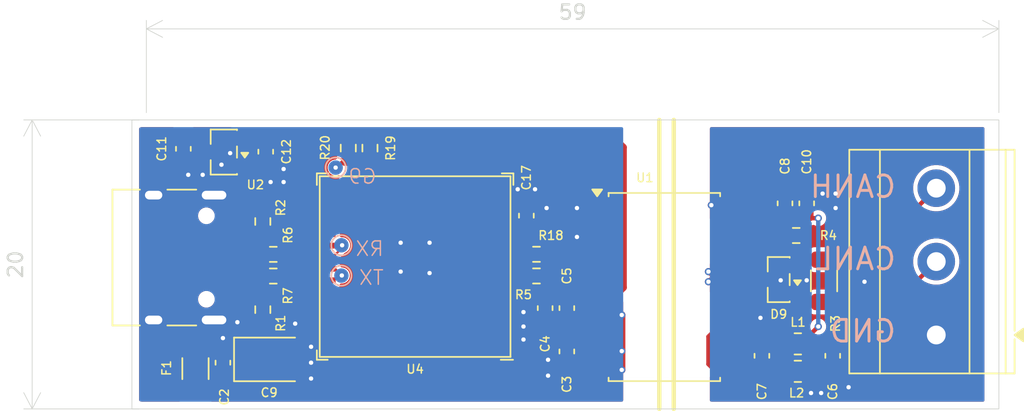
<source format=kicad_pcb>
(kicad_pcb (version 20241229) (generator "pcbnew") (generator_version "9.0")
  (layers (0 "F.Cu" signal) (2 "B.Cu" signal) (13 "F.Paste" user) (15 "B.Paste" user) (5 "F.SilkS" user "F.Silkscreen") (7 "B.SilkS" user "B.Silkscreen") (1 "F.Mask" user) (3 "B.Mask" user) (25 "Edge.Cuts" user))
  (net 0 "")
  (net 1 "+3.3V")
  (net 2 "GND")
  (net 3 "+5V")
  (net 4 "Net-(U1-VISOIN)")
  (net 5 "Earth")
  (net 6 "Net-(C7-Pad2)")
  (net 7 "Net-(U1-VISOOUT)")
  (net 8 "Net-(U4-EN{slash}CHIP_PU)")
  (net 9 "/CANL")
  (net 10 "/CANH")
  (net 11 "Net-(F1-Pad2)")
  (net 12 "Net-(J2-D+-PadA6)")
  (net 13 "Net-(J2-D--PadA7)")
  (net 14 "Net-(J2-CC2)")
  (net 17 "Net-(J2-CC1)")
  (net 18 "Net-(U1-RS)")
  (net 19 "Net-(U4-GPIO2{slash}ADC1_CH2)")
  (net 20 "/USB-")
  (net 21 "/USB+")
  (net 22 "Net-(U4-GPIO8)")
  (net 23 "Net-(U4-GPIO9)")
  (net 24 "Net-(U4-GPIO21{slash}U0TXD)")
  (net 25 "Net-(U4-GPIO20{slash}U0RXD)")
  (net 26 "/CAN_TXD")
  (net 27 "/CAN_RXD")
  (footprint "Capacitor_SMD:C_0603_1608Metric" (layer "F.Cu") (at 83.3 60.625 90)
    (property "Reference" "C17" (at 2.625 0 90) (layer "F.SilkS") (effects (font (size 0.6 0.6) (thickness 0.1))))
    (property "Value" "1u/0603" (hide yes))
    (pad "1" smd roundrect (at -0.775 0 90) (size 0.9 0.95) (layers "F.Cu" "F.Mask" "F.Paste") (net 8 "Net-(U4-EN{slash}CHIP_PU)"))
    (pad "2" smd roundrect (at 0.775 0 90) (size 0.9 0.95) (layers "F.Cu" "F.Mask" "F.Paste") (net 2 "GND"))
  )
  (footprint "Capacitor_SMD:C_0603_1608Metric" (layer "F.Cu") (at 86.1 70.025 -90)
    (property "Reference" "C3" (at 2.275 0 90) (layer "F.SilkS") (effects (font (size 0.6 0.6) (thickness 0.1))))
    (property "Value" "100n/0603" (hide yes))
    (pad "1" smd roundrect (at -0.775 0 270) (size 0.9 0.95) (layers "F.Cu" "F.Mask" "F.Paste") (net 3 "+5V"))
    (pad "2" smd roundrect (at 0.775 0 270) (size 0.9 0.95) (layers "F.Cu" "F.Mask" "F.Paste") (net 2 "GND"))
  )
  (footprint "Capacitor_SMD:C_0603_1608Metric" (layer "F.Cu") (at 65.2625 56.2 -90)
    (property "Reference" "C12" (at 0 -1.43 90) (layer "F.SilkS") (effects (font (size 0.6 0.6) (thickness 0.1))))
    (property "Value" "1u/0603" (hide yes))
    (pad "1" smd roundrect (at -0.775 0 270) (size 0.9 0.95) (layers "F.Cu" "F.Mask" "F.Paste") (net 1 "+3.3V"))
    (pad "2" smd roundrect (at 0.775 0 270) (size 0.9 0.95) (layers "F.Cu" "F.Mask" "F.Paste") (net 2 "GND"))
  )
  (footprint "Package_SO:SOIC-20W_7.5x12.8mm_P1.27mm" (layer "F.Cu") (at 92.85 65.565)
    (property "Reference" "U1" (at -1.35 -7.565 0) (layer "F.SilkS") (effects (font (size 0.6 0.6) (thickness 0.1))))
    (property "Value" "ADM3053" (hide yes))
    (pad "1" smd roundrect (at -4.65 -5.715) (size 2.05 0.6) (layers "F.Cu" "F.Mask" "F.Paste") (net 2 "GND"))
    (pad "2" smd roundrect (at -4.65 -4.445) (size 2.05 0.6) (layers "F.Cu" "F.Mask" "F.Paste"))
    (pad "3" smd roundrect (at -4.65 -3.175) (size 2.05 0.6) (layers "F.Cu" "F.Mask" "F.Paste") (net 2 "GND"))
    (pad "4" smd roundrect (at -4.65 -1.905) (size 2.05 0.6) (layers "F.Cu" "F.Mask" "F.Paste") (net 27 "/CAN_RXD"))
    (pad "5" smd roundrect (at -4.65 -0.635) (size 2.05 0.6) (layers "F.Cu" "F.Mask" "F.Paste") (net 26 "/CAN_TXD"))
    (pad "6" smd roundrect (at -4.65 0.635) (size 2.05 0.6) (layers "F.Cu" "F.Mask" "F.Paste") (net 1 "+3.3V"))
    (pad "7" smd roundrect (at -4.65 1.905) (size 2.05 0.6) (layers "F.Cu" "F.Mask" "F.Paste") (net 2 "GND"))
    (pad "8" smd roundrect (at -4.65 3.175) (size 2.05 0.6) (layers "F.Cu" "F.Mask" "F.Paste") (net 3 "+5V"))
    (pad "9" smd roundrect (at -4.65 4.445) (size 2.05 0.6) (layers "F.Cu" "F.Mask" "F.Paste") (net 2 "GND"))
    (pad "10" smd roundrect (at -4.65 5.715) (size 2.05 0.6) (layers "F.Cu" "F.Mask" "F.Paste") (net 2 "GND"))
    (pad "11" smd roundrect (at 4.65 5.715) (size 2.05 0.6) (layers "F.Cu" "F.Mask" "F.Paste") (net 6 "Net-(C7-Pad2)"))
    (pad "12" smd roundrect (at 4.65 4.445) (size 2.05 0.6) (layers "F.Cu" "F.Mask" "F.Paste") (net 7 "Net-(U1-VISOOUT)"))
    (pad "13" smd roundrect (at 4.65 3.175) (size 2.05 0.6) (layers "F.Cu" "F.Mask" "F.Paste") (net 6 "Net-(C7-Pad2)"))
    (pad "14" smd roundrect (at 4.65 1.905) (size 2.05 0.6) (layers "F.Cu" "F.Mask" "F.Paste"))
    (pad "15" smd roundrect (at 4.65 0.635) (size 2.05 0.6) (layers "F.Cu" "F.Mask" "F.Paste") (net 9 "/CANL"))
    (pad "16" smd roundrect (at 4.65 -0.635) (size 2.05 0.6) (layers "F.Cu" "F.Mask" "F.Paste") (net 5 "Earth"))
    (pad "17" smd roundrect (at 4.65 -1.905) (size 2.05 0.6) (layers "F.Cu" "F.Mask" "F.Paste") (net 10 "/CANH"))
    (pad "18" smd roundrect (at 4.65 -3.175) (size 2.05 0.6) (layers "F.Cu" "F.Mask" "F.Paste") (net 18 "Net-(U1-RS)"))
    (pad "19" smd roundrect (at 4.65 -4.445) (size 2.05 0.6) (layers "F.Cu" "F.Mask" "F.Paste") (net 4 "Net-(U1-VISOIN)"))
    (pad "20" smd roundrect (at 4.65 -5.715) (size 2.05 0.6) (layers "F.Cu" "F.Mask" "F.Paste") (net 5 "Earth"))
  )
  (footprint "Resistor_SMD:R_0603_1608Metric" (layer "F.Cu") (at 65.785 64.805 180)
    (property "Reference" "R7" (at -1.015 -1.37 90) (layer "F.SilkS") (effects (font (size 0.6 0.6) (thickness 0.1))))
    (property "Value" "10R/0603" (hide yes))
    (pad "1" smd roundrect (at -0.825 0 180) (size 0.8 0.95) (layers "F.Cu" "F.Mask" "F.Paste") (net 21 "/USB+"))
    (pad "2" smd roundrect (at 0.825 0 180) (size 0.8 0.95) (layers "F.Cu" "F.Mask" "F.Paste") (net 12 "Net-(J2-D+-PadA6)"))
  )
  (footprint "Capacitor_SMD:C_0603_1608Metric" (layer "F.Cu") (at 104.5 70.325 -90)
    (property "Reference" "C6" (at 2.475 0 90) (layer "F.SilkS") (effects (font (size 0.6 0.6) (thickness 0.1))))
    (property "Value" "10n/0603" (hide yes))
    (pad "1" smd roundrect (at -0.775 0 270) (size 0.9 0.95) (layers "F.Cu" "F.Mask" "F.Paste") (net 4 "Net-(U1-VISOIN)"))
    (pad "2" smd roundrect (at 0.775 0 270) (size 0.9 0.95) (layers "F.Cu" "F.Mask" "F.Paste") (net 5 "Earth"))
  )
  (footprint "Package_TO_SOT_SMD:SOT-23" (layer "F.Cu") (at 100.7625 65.05 180)
    (property "Reference" "D9" (at 0 -2.4 0) (layer "F.SilkS") (effects (font (size 0.6 0.6) (thickness 0.1))))
    (property "Value" "NUP2105L" (hide yes))
    (pad "1" smd roundrect (at -0.9375 -0.95 180) (size 1.475 0.6) (layers "F.Cu" "F.Mask" "F.Paste") (net 9 "/CANL"))
    (pad "2" smd roundrect (at -0.9375 0.95 180) (size 1.475 0.6) (layers "F.Cu" "F.Mask" "F.Paste") (net 10 "/CANH"))
    (pad "3" smd roundrect (at 0.9375 0 180) (size 1.475 0.6) (layers "F.Cu" "F.Mask" "F.Paste") (net 5 "Earth"))
  )
  (footprint "Capacitor_SMD:C_0603_1608Metric" (layer "F.Cu") (at 86.1 67.025 -90)
    (property "Reference" "C5" (at -2.225 0 90) (layer "F.SilkS") (effects (font (size 0.6 0.6) (thickness 0.1))))
    (property "Value" "10n/0603" (hide yes))
    (pad "1" smd roundrect (at -0.775 0 270) (size 0.9 0.95) (layers "F.Cu" "F.Mask" "F.Paste") (net 1 "+3.3V"))
    (pad "2" smd roundrect (at 0.775 0 270) (size 0.9 0.95) (layers "F.Cu" "F.Mask" "F.Paste") (net 2 "GND"))
  )
  (footprint "Connector_USB:USB_C_Receptacle_HRO_TYPE-C-31-M-12" (layer "F.Cu") (at 58.555 63.525 -90)
    (property "Reference" "J2" (hide yes))
    (property "Value" "USB")
    (pad "" np_thru_hole circle (at -2.89 -2.6 270) (size 0.65 0.65) (drill 0.65) (layers "*.Cu" "*.Mask"))
    (pad "" np_thru_hole circle (at 2.89 -2.6 270) (size 0.65 0.65) (drill 0.65) (layers "*.Cu" "*.Mask"))
    (pad "A1" smd rect (at -3.25 -4.045 270) (size 0.6 1.45) (layers "F.Cu" "F.Mask" "F.Paste") (net 2 "GND"))
    (pad "A4" smd rect (at -2.45 -4.045 270) (size 0.6 1.45) (layers "F.Cu" "F.Mask" "F.Paste") (net 11 "Net-(F1-Pad2)"))
    (pad "A5" smd rect (at -1.25 -4.045 270) (size 0.3 1.45) (layers "F.Cu" "F.Mask" "F.Paste") (net 17 "Net-(J2-CC1)"))
    (pad "A6" smd rect (at -0.25 -4.045 270) (size 0.3 1.45) (layers "F.Cu" "F.Mask" "F.Paste") (net 12 "Net-(J2-D+-PadA6)"))
    (pad "A7" smd rect (at 0.25 -4.045 270) (size 0.3 1.45) (layers "F.Cu" "F.Mask" "F.Paste") (net 13 "Net-(J2-D--PadA7)"))
    (pad "A8" smd rect (at 1.25 -4.045 270) (size 0.3 1.45) (layers "F.Cu" "F.Mask" "F.Paste"))
    (pad "A9" smd rect (at 2.45 -4.045 270) (size 0.6 1.45) (layers "F.Cu" "F.Mask" "F.Paste") (net 11 "Net-(F1-Pad2)"))
    (pad "A12" smd rect (at 3.25 -4.045 270) (size 0.6 1.45) (layers "F.Cu" "F.Mask" "F.Paste") (net 2 "GND"))
    (pad "B1" smd rect (at 3.25 -4.045 270) (size 0.6 1.45) (layers "F.Cu" "F.Mask" "F.Paste") (net 2 "GND"))
    (pad "B4" smd rect (at 2.45 -4.045 270) (size 0.6 1.45) (layers "F.Cu" "F.Mask" "F.Paste") (net 11 "Net-(F1-Pad2)"))
    (pad "B5" smd rect (at 1.75 -4.045 270) (size 0.3 1.45) (layers "F.Cu" "F.Mask" "F.Paste") (net 14 "Net-(J2-CC2)"))
    (pad "B6" smd rect (at 0.75 -4.045 270) (size 0.3 1.45) (layers "F.Cu" "F.Mask" "F.Paste") (net 12 "Net-(J2-D+-PadA6)"))
    (pad "B7" smd rect (at -0.75 -4.045 270) (size 0.3 1.45) (layers "F.Cu" "F.Mask" "F.Paste") (net 13 "Net-(J2-D--PadA7)"))
    (pad "B8" smd rect (at -1.75 -4.045 270) (size 0.3 1.45) (layers "F.Cu" "F.Mask" "F.Paste"))
    (pad "B9" smd rect (at -2.45 -4.045 270) (size 0.6 1.45) (layers "F.Cu" "F.Mask" "F.Paste") (net 11 "Net-(F1-Pad2)"))
    (pad "B12" smd rect (at -3.25 -4.045 270) (size 0.6 1.45) (layers "F.Cu" "F.Mask" "F.Paste") (net 2 "GND"))
    (pad "S1" thru_hole oval (at -4.32 -3.13 270) (size 1 2.1) (drill oval 0.6 1.7) (property pad_prop_heatsink) (layers "*.Cu" "*.Mask") (net 2 "GND"))
    (pad "S1" thru_hole oval (at -4.32 1.05 270) (size 1 1.6) (drill oval 0.6 1.2) (property pad_prop_heatsink) (layers "*.Cu" "*.Mask") (net 2 "GND"))
    (pad "S1" thru_hole oval (at 4.32 -3.13 270) (size 1 2.1) (drill oval 0.6 1.7) (property pad_prop_heatsink) (layers "*.Cu" "*.Mask") (net 2 "GND"))
    (pad "S1" thru_hole oval (at 4.32 1.05 270) (size 1 1.6) (drill oval 0.6 1.2) (property pad_prop_heatsink) (layers "*.Cu" "*.Mask") (net 2 "GND"))
  )
  (footprint "Resistor_SMD:R_0603_1608Metric" (layer "F.Cu") (at 70.975 55.95 -90)
    (property "Reference" "R20" (at -0.025 1.6 90) (layer "F.SilkS") (effects (font (size 0.6 0.6) (thickness 0.1))))
    (property "Value" "10k/0603" (hide yes))
    (pad "1" smd roundrect (at -0.825 0 270) (size 0.8 0.95) (layers "F.Cu" "F.Mask" "F.Paste") (net 1 "+3.3V"))
    (pad "2" smd roundrect (at 0.825 0 270) (size 0.8 0.95) (layers "F.Cu" "F.Mask" "F.Paste") (net 23 "Net-(U4-GPIO9)"))
  )
  (footprint "Resistor_SMD:R_1206_3216Metric" (layer "F.Cu") (at 103.9 65.1375 -90)
    (property "Reference" "R3" (at 2.9625 -0.8 90) (layer "F.SilkS") (effects (font (size 0.6 0.6) (thickness 0.1))))
    (property "Value" "120R/1206" (hide yes))
    (pad "1" smd roundrect (at -1.4625 0 270) (size 1.125 1.75) (layers "F.Cu" "F.Mask" "F.Paste") (roundrect_rratio 0.222222) (net 10 "/CANH"))
    (pad "2" smd roundrect (at 1.4625 0 270) (size 1.125 1.75) (layers "F.Cu" "F.Mask" "F.Paste") (roundrect_rratio 0.222222) (net 9 "/CANL"))
  )
  (footprint "Resistor_SMD:R_0603_1608Metric" (layer "F.Cu") (at 65.785 63.305 180)
    (property "Reference" "R6" (at -1.015 1.33 90) (layer "F.SilkS") (effects (font (size 0.6 0.6) (thickness 0.1))))
    (property "Value" "10R/0603" (hide yes))
    (pad "1" smd roundrect (at -0.825 0 180) (size 0.8 0.95) (layers "F.Cu" "F.Mask" "F.Paste") (net 20 "/USB-"))
    (pad "2" smd roundrect (at 0.825 0 180) (size 0.8 0.95) (layers "F.Cu" "F.Mask" "F.Paste") (net 13 "Net-(J2-D--PadA7)"))
  )
  (footprint "Capacitor_SMD:C_0603_1608Metric" (layer "F.Cu") (at 102.7 59.775 90)
    (property "Reference" "C10" (at 2.875 0 90) (layer "F.SilkS") (effects (font (size 0.6 0.6) (thickness 0.1))))
    (property "Value" "100n/0603" (hide yes))
    (pad "1" smd roundrect (at -0.775 0 90) (size 0.9 0.95) (layers "F.Cu" "F.Mask" "F.Paste") (net 4 "Net-(U1-VISOIN)"))
    (pad "2" smd roundrect (at 0.775 0 90) (size 0.9 0.95) (layers "F.Cu" "F.Mask" "F.Paste") (net 5 "Earth"))
  )
  (footprint "Resistor_SMD:R_0603_1608Metric" (layer "F.Cu") (at 65.06 61.03 -90)
    (property "Reference" "R2" (at -0.955 -1.24 90) (layer "F.SilkS") (effects (font (size 0.6 0.6) (thickness 0.1))))
    (property "Value" "5.1k/0603" (hide yes))
    (pad "1" smd roundrect (at -0.825 0 270) (size 0.8 0.95) (layers "F.Cu" "F.Mask" "F.Paste") (net 2 "GND"))
    (pad "2" smd roundrect (at 0.825 0 270) (size 0.8 0.95) (layers "F.Cu" "F.Mask" "F.Paste") (net 17 "Net-(J2-CC1)"))
  )
  (footprint "Resistor_SMD:R_0603_1608Metric" (layer "F.Cu") (at 84 63.3 180)
    (property "Reference" "R18" (at -1 1.3 0) (layer "F.SilkS") (effects (font (size 0.6 0.6) (thickness 0.1))))
    (property "Value" "100k/0603" (hide yes))
    (pad "1" smd roundrect (at -0.825 0 180) (size 0.8 0.95) (layers "F.Cu" "F.Mask" "F.Paste") (net 1 "+3.3V"))
    (pad "2" smd roundrect (at 0.825 0 180) (size 0.8 0.95) (layers "F.Cu" "F.Mask" "F.Paste") (net 8 "Net-(U4-EN{slash}CHIP_PU)"))
  )
  (footprint "espressif:ESP32-C3-MINI-1U" (layer "F.Cu") (at 75.6 64.2 180)
    (property "Reference" "U4" (at 0 -7.05 0) (layer "F.SilkS") (effects (font (size 0.6 0.6) (thickness 0.1))))
    (property "Value" "ESP32-C3-MINI-1" (hide yes))
    (pad "1" smd rect (at -5.9 -3.3 270) (size 0.4 0.8) (layers "F.Cu" "F.Mask" "F.Paste") (net 2 "GND"))
    (pad "2" smd rect (at -5.9 -2.5 270) (size 0.4 0.8) (layers "F.Cu" "F.Mask" "F.Paste") (net 2 "GND"))
    (pad "3" smd rect (at -5.9 -1.7 270) (size 0.4 0.8) (layers "F.Cu" "F.Mask" "F.Paste") (net 1 "+3.3V"))
    (pad "4" smd rect (at -5.9 -0.9 270) (size 0.4 0.8) (layers "F.Cu" "F.Mask" "F.Paste"))
    (pad "5" smd rect (at -5.9 -0.1 270) (size 0.4 0.8) (layers "F.Cu" "F.Mask" "F.Paste") (net 19 "Net-(U4-GPIO2{slash}ADC1_CH2)"))
    (pad "6" smd rect (at -5.9 0.7 270) (size 0.4 0.8) (layers "F.Cu" "F.Mask" "F.Paste"))
    (pad "7" smd rect (at -5.9 1.5 270) (size 0.4 0.8) (layers "F.Cu" "F.Mask" "F.Paste"))
    (pad "8" smd rect (at -5.9 2.3 270) (size 0.4 0.8) (layers "F.Cu" "F.Mask" "F.Paste") (net 8 "Net-(U4-EN{slash}CHIP_PU)"))
    (pad "9" smd rect (at -5.9 3.1 270) (size 0.4 0.8) (layers "F.Cu" "F.Mask" "F.Paste"))
    (pad "10" smd rect (at -5.9 3.9 270) (size 0.4 0.8) (layers "F.Cu" "F.Mask" "F.Paste"))
    (pad "11" smd rect (at -5.9 4.7 270) (size 0.4 0.8) (layers "F.Cu" "F.Mask" "F.Paste") (net 2 "GND"))
    (pad "12" smd rect (at -4.8 5.6 180) (size 0.4 0.8) (layers "F.Cu" "F.Mask" "F.Paste"))
    (pad "13" smd rect (at -4 5.6 180) (size 0.4 0.8) (layers "F.Cu" "F.Mask" "F.Paste"))
    (pad "14" smd rect (at -3.2 5.6 180) (size 0.4 0.8) (layers "F.Cu" "F.Mask" "F.Paste") (net 2 "GND"))
    (pad "15" smd rect (at -2.4 5.6 180) (size 0.4 0.8) (layers "F.Cu" "F.Mask" "F.Paste"))
    (pad "16" smd rect (at -1.6 5.6 180) (size 0.4 0.8) (layers "F.Cu" "F.Mask" "F.Paste"))
    (pad "17" smd rect (at -0.8 5.6 180) (size 0.4 0.8) (layers "F.Cu" "F.Mask" "F.Paste"))
    (pad "18" smd rect (at 0 5.6 180) (size 0.4 0.8) (layers "F.Cu" "F.Mask" "F.Paste") (net 26 "/CAN_TXD"))
    (pad "19" smd rect (at 0.8 5.6 180) (size 0.4 0.8) (layers "F.Cu" "F.Mask" "F.Paste") (net 27 "/CAN_RXD"))
    (pad "20" smd rect (at 1.6 5.6 180) (size 0.4 0.8) (layers "F.Cu" "F.Mask" "F.Paste"))
    (pad "21" smd rect (at 2.4 5.6 180) (size 0.4 0.8) (layers "F.Cu" "F.Mask" "F.Paste"))
    (pad "22" smd rect (at 3.2 5.6 180) (size 0.4 0.8) (layers "F.Cu" "F.Mask" "F.Paste") (net 22 "Net-(U4-GPIO8)"))
    (pad "23" smd rect (at 4 5.6 180) (size 0.4 0.8) (layers "F.Cu" "F.Mask" "F.Paste") (net 23 "Net-(U4-GPIO9)"))
    (pad "24" smd rect (at 4.8 5.6 180) (size 0.4 0.8) (layers "F.Cu" "F.Mask" "F.Paste"))
    (pad "25" smd rect (at 5.9 4.7 270) (size 0.4 0.8) (layers "F.Cu" "F.Mask" "F.Paste"))
    (pad "26" smd rect (at 5.9 3.9 270) (size 0.4 0.8) (layers "F.Cu" "F.Mask" "F.Paste") (net 20 "/USB-"))
    (pad "27" smd rect (at 5.9 3.1 270) (size 0.4 0.8) (layers "F.Cu" "F.Mask" "F.Paste") (net 21 "/USB+"))
    (pad "28" smd rect (at 5.9 2.3 270) (size 0.4 0.8) (layers "F.Cu" "F.Mask" "F.Paste"))
    (pad "29" smd rect (at 5.9 1.5 270) (size 0.4 0.8) (layers "F.Cu" "F.Mask" "F.Paste"))
    (pad "30" smd rect (at 5.9 0.7 270) (size 0.4 0.8) (layers "F.Cu" "F.Mask" "F.Paste") (net 25 "Net-(U4-GPIO20{slash}U0RXD)"))
    (pad "31" smd rect (at 5.9 -0.1 270) (size 0.4 0.8) (layers "F.Cu" "F.Mask" "F.Paste") (net 24 "Net-(U4-GPIO21{slash}U0TXD)"))
    (pad "32" smd rect (at 5.9 -0.9 270) (size 0.4 0.8) (layers "F.Cu" "F.Mask" "F.Paste"))
    (pad "33" smd rect (at 5.9 -1.7 270) (size 0.4 0.8) (layers "F.Cu" "F.Mask" "F.Paste"))
    (pad "34" smd rect (at 5.9 -2.5 270) (size 0.4 0.8) (layers "F.Cu" "F.Mask" "F.Paste"))
    (pad "35" smd rect (at 5.9 -3.3 270) (size 0.4 0.8) (layers "F.Cu" "F.Mask" "F.Paste"))
    (pad "36" smd rect (at 4.8 -4.2 180) (size 0.4 0.8) (layers "F.Cu" "F.Mask" "F.Paste") (net 2 "GND"))
    (pad "37" smd rect (at 4 -4.2 180) (size 0.4 0.8) (layers "F.Cu" "F.Mask" "F.Paste") (net 2 "GND"))
    (pad "38" smd rect (at 3.2 -4.2 180) (size 0.4 0.8) (layers "F.Cu" "F.Mask" "F.Paste") (net 2 "GND"))
    (pad "39" smd rect (at 2.4 -4.2 180) (size 0.4 0.8) (layers "F.Cu" "F.Mask" "F.Paste") (net 2 "GND"))
    (pad "40" smd rect (at 1.6 -4.2 180) (size 0.4 0.8) (layers "F.Cu" "F.Mask" "F.Paste") (net 2 "GND"))
    (pad "41" smd rect (at 0.8 -4.2 180) (size 0.4 0.8) (layers "F.Cu" "F.Mask" "F.Paste") (net 2 "GND"))
    (pad "42" smd rect (at 0 -4.2 180) (size 0.4 0.8) (layers "F.Cu" "F.Mask" "F.Paste") (net 2 "GND"))
    (pad "43" smd rect (at -0.8 -4.2 180) (size 0.4 0.8) (layers "F.Cu" "F.Mask" "F.Paste") (net 2 "GND"))
    (pad "44" smd rect (at -1.6 -4.2 180) (size 0.4 0.8) (layers "F.Cu" "F.Mask" "F.Paste") (net 2 "GND"))
    (pad "45" smd rect (at -2.4 -4.2 180) (size 0.4 0.8) (layers "F.Cu" "F.Mask" "F.Paste") (net 2 "GND"))
    (pad "46" smd rect (at -3.2 -4.2 180) (size 0.4 0.8) (layers "F.Cu" "F.Mask" "F.Paste") (net 2 "GND"))
    (pad "47" smd rect (at -4 -4.2 180) (size 0.4 0.8) (layers "F.Cu" "F.Mask" "F.Paste") (net 2 "GND"))
    (pad "48" smd rect (at -4.8 -4.2 180) (size 0.4 0.8) (layers "F.Cu" "F.Mask" "F.Paste") (net 2 "GND"))
    (pad "49" smd custom (at -1.975 -1.275 180) (size 0.8 0.8) (layers "F.Cu" "F.Mask" "F.Paste") (net 2 "GND") (options (clearance outline) (anchor rect)) (primitives (gr_poly (pts (xy 0.725 0.725) (xy -0.725 0.725) (xy -0.725 -0.125) (xy -0.125 -0.725) (xy 0.725 -0.725)) (width 0) (fill yes))))
    (pad "49" smd rect (at -1.975 0.7 270) (size 1.45 1.45) (layers "F.Cu" "F.Mask" "F.Paste") (net 2 "GND"))
    (pad "49" smd rect (at -1.975 2.675 270) (size 1.45 1.45) (layers "F.Cu" "F.Mask" "F.Paste") (net 2 "GND"))
    (pad "49" smd rect (at 0 -1.275 270) (size 1.45 1.45) (layers "F.Cu" "F.Mask" "F.Paste") (net 2 "GND"))
    (pad "49" smd rect (at 0 0.7 270) (size 1.45 1.45) (layers "F.Cu" "F.Mask" "F.Paste") (net 2 "GND"))
    (pad "49" smd rect (at 0 2.675 270) (size 1.45 1.45) (layers "F.Cu" "F.Mask" "F.Paste") (net 2 "GND"))
    (pad "49" smd rect (at 1.975 -1.275 270) (size 1.45 1.45) (layers "F.Cu" "F.Mask" "F.Paste") (net 2 "GND"))
    (pad "49" smd rect (at 1.975 0.7 270) (size 1.45 1.45) (layers "F.Cu" "F.Mask" "F.Paste") (net 2 "GND"))
    (pad "49" smd rect (at 1.975 2.675 270) (size 1.45 1.45) (layers "F.Cu" "F.Mask" "F.Paste") (net 2 "GND"))
    (pad "50" smd rect (at 5.95 -4.25 270) (size 0.7 0.7) (layers "F.Cu" "F.Mask" "F.Paste") (net 2 "GND"))
    (pad "51" smd rect (at 5.95 5.65 270) (size 0.7 0.7) (layers "F.Cu" "F.Mask" "F.Paste") (net 2 "GND"))
    (pad "52" smd rect (at -5.95 5.65 270) (size 0.7 0.7) (layers "F.Cu" "F.Mask" "F.Paste") (net 2 "GND"))
    (pad "53" smd rect (at -5.95 -4.25 270) (size 0.7 0.7) (layers "F.Cu" "F.Mask" "F.Paste") (net 2 "GND"))
  )
  (footprint "TerminalBlock_Phoenix:TerminalBlock_Phoenix_MKDS-3-3-5.08_1x03_P5.08mm_Horizontal" (layer "F.Cu") (at 111.6675 68.885 90)
    (property "Reference" "J1" (hide yes))
    (property "Value" "CAN" (hide yes))
    (pad "1" thru_hole roundrect (at 0 0 90) (size 2.6 2.6) (drill 1.3) (layers "*.Cu" "*.Mask") (roundrect_rratio 0.096154) (net 5 "Earth"))
    (pad "2" thru_hole circle (at 5.08 0 90) (size 2.6 2.6) (drill 1.3) (layers "*.Cu" "*.Mask") (net 9 "/CANL"))
    (pad "3" thru_hole circle (at 10.16 0 90) (size 2.6 2.6) (drill 1.3) (layers "*.Cu" "*.Mask") (net 10 "/CANH"))
  )
  (footprint "Resistor_SMD:R_0603_1608Metric" (layer "F.Cu") (at 101.975 62)
    (property "Reference" "R4" (at 2.225 0 0) (layer "F.SilkS") (effects (font (size 0.6 0.6) (thickness 0.1))))
    (property "Value" "10k/0603" (hide yes))
    (pad "1" smd roundrect (at -0.825 0) (size 0.8 0.95) (layers "F.Cu" "F.Mask" "F.Paste") (net 18 "Net-(U1-RS)"))
    (pad "2" smd roundrect (at 0.825 0) (size 0.8 0.95) (layers "F.Cu" "F.Mask" "F.Paste") (net 5 "Earth"))
  )
  (footprint "Resistor_SMD:R_0603_1608Metric" (layer "F.Cu") (at 72.475 55.95 -90)
    (property "Reference" "R19" (at 0 -1.43 90) (layer "F.SilkS") (effects (font (size 0.6 0.6) (thickness 0.1))))
    (property "Value" "10k/0603" (hide yes))
    (pad "1" smd roundrect (at -0.825 0 270) (size 0.8 0.95) (layers "F.Cu" "F.Mask" "F.Paste") (net 1 "+3.3V"))
    (pad "2" smd roundrect (at 0.825 0 270) (size 0.8 0.95) (layers "F.Cu" "F.Mask" "F.Paste") (net 22 "Net-(U4-GPIO8)"))
  )
  (footprint "Capacitor_SMD:C_0603_1608Metric" (layer "F.Cu") (at 101.2 59.775 90)
    (property "Reference" "C8" (at 2.575 0 90) (layer "F.SilkS") (effects (font (size 0.6 0.6) (thickness 0.1))))
    (property "Value" "10n/0603" (hide yes))
    (pad "1" smd roundrect (at -0.775 0 90) (size 0.9 0.95) (layers "F.Cu" "F.Mask" "F.Paste") (net 4 "Net-(U1-VISOIN)"))
    (pad "2" smd roundrect (at 0.775 0 90) (size 0.9 0.95) (layers "F.Cu" "F.Mask" "F.Paste") (net 5 "Earth"))
  )
  (footprint "Capacitor_SMD:C_0603_1608Metric" (layer "F.Cu") (at 62.3 70.8 90)
    (property "Reference" "C2" (at -2.375 0.1 90) (layer "F.SilkS") (effects (font (size 0.6 0.6) (thickness 0.1))))
    (property "Value" "10u/0603" (hide yes))
    (pad "1" smd roundrect (at -0.775 0 90) (size 0.9 0.95) (layers "F.Cu" "F.Mask" "F.Paste") (net 3 "+5V"))
    (pad "2" smd roundrect (at 0.775 0 90) (size 0.9 0.95) (layers "F.Cu" "F.Mask" "F.Paste") (net 2 "GND"))
  )
  (footprint "Resistor_SMD:R_0603_1608Metric" (layer "F.Cu") (at 65.06 67.13 90)
    (property "Reference" "R1" (at -0.945 1.24 90) (layer "F.SilkS") (effects (font (size 0.6 0.6) (thickness 0.1))))
    (property "Value" "5.1k/0603" (hide yes))
    (pad "1" smd roundrect (at -0.825 0 90) (size 0.8 0.95) (layers "F.Cu" "F.Mask" "F.Paste") (net 2 "GND"))
    (pad "2" smd roundrect (at 0.825 0 90) (size 0.8 0.95) (layers "F.Cu" "F.Mask" "F.Paste") (net 14 "Net-(J2-CC2)"))
  )
  (footprint "Resistor_SMD:R_1206_3216Metric" (layer "F.Cu") (at 60.4 71.2125 90)
    (property "Reference" "F1" (at 0.0375 -2 90) (layer "F.SilkS") (effects (font (size 0.6 0.6) (thickness 0.1))))
    (property "Value" "PTC" (hide yes))
    (pad "1" smd roundrect (at -1.4625 0 90) (size 1.125 1.75) (layers "F.Cu" "F.Mask" "F.Paste") (roundrect_rratio 0.222222) (net 3 "+5V"))
    (pad "2" smd roundrect (at 1.4625 0 90) (size 1.125 1.75) (layers "F.Cu" "F.Mask" "F.Paste") (roundrect_rratio 0.222222) (net 11 "Net-(F1-Pad2)"))
  )
  (footprint "Resistor_SMD:R_0805_2012Metric" (layer "F.Cu") (at 102.0875 71.4)
    (property "Reference" "L2" (at -0.0875 1.5 0) (layer "F.SilkS") (effects (font (size 0.6 0.6) (thickness 0.1))))
    (property "Value" "1k/0805" (hide yes))
    (pad "1" smd roundrect (at -0.9125 0) (size 1.025 1.4) (layers "F.Cu" "F.Mask" "F.Paste") (roundrect_rratio 0.243902) (net 6 "Net-(C7-Pad2)"))
    (pad "2" smd roundrect (at 0.9125 0) (size 1.025 1.4) (layers "F.Cu" "F.Mask" "F.Paste") (roundrect_rratio 0.243902) (net 5 "Earth"))
  )
  (footprint "Resistor_SMD:R_0805_2012Metric" (layer "F.Cu") (at 102.0875 69.5)
    (property "Reference" "L1" (at 0.0125 -1.5 0) (layer "F.SilkS") (effects (font (size 0.6 0.6) (thickness 0.1))))
    (property "Value" "1k/0805" (hide yes))
    (pad "1" smd roundrect (at -0.9125 0) (size 1.025 1.4) (layers "F.Cu" "F.Mask" "F.Paste") (roundrect_rratio 0.243902) (net 7 "Net-(U1-VISOOUT)"))
    (pad "2" smd roundrect (at 0.9125 0) (size 1.025 1.4) (layers "F.Cu" "F.Mask" "F.Paste") (roundrect_rratio 0.243902) (net 4 "Net-(U1-VISOIN)"))
  )
  (footprint "Capacitor_SMD:C_0603_1608Metric" (layer "F.Cu") (at 59.5625 56 -90)
    (property "Reference" "C11" (at 0 1.5 90) (layer "F.SilkS") (effects (font (size 0.6 0.6) (thickness 0.1))))
    (property "Value" "1u/0603" (hide yes))
    (pad "1" smd roundrect (at -0.775 0 270) (size 0.9 0.95) (layers "F.Cu" "F.Mask" "F.Paste") (net 3 "+5V"))
    (pad "2" smd roundrect (at 0.775 0 270) (size 0.9 0.95) (layers "F.Cu" "F.Mask" "F.Paste") (net 2 "GND"))
  )
  (footprint "Capacitor_SMD:C_0603_1608Metric" (layer "F.Cu") (at 99.6 70.325 -90)
    (property "Reference" "C7" (at 2.475 0 90) (layer "F.SilkS") (effects (font (size 0.6 0.6) (thickness 0.1))))
    (property "Value" "100n/0603" (hide yes))
    (pad "1" smd roundrect (at -0.775 0 270) (size 0.9 0.95) (layers "F.Cu" "F.Mask" "F.Paste") (net 7 "Net-(U1-VISOOUT)"))
    (pad "2" smd roundrect (at 0.775 0 270) (size 0.9 0.95) (layers "F.Cu" "F.Mask" "F.Paste") (net 6 "Net-(C7-Pad2)"))
  )
  (footprint "Capacitor_SMD:C_0603_1608Metric" (layer "F.Cu") (at 84.6 67.025 -90)
    (property "Reference" "C4" (at 2.475 0 90) (layer "F.SilkS") (effects (font (size 0.6 0.6) (thickness 0.1))))
    (property "Value" "100n/0603" (hide yes))
    (pad "1" smd roundrect (at -0.775 0 270) (size 0.9 0.95) (layers "F.Cu" "F.Mask" "F.Paste") (net 1 "+3.3V"))
    (pad "2" smd roundrect (at 0.775 0 270) (size 0.9 0.95) (layers "F.Cu" "F.Mask" "F.Paste") (net 2 "GND"))
  )
  (footprint "Capacitor_Tantalum_SMD:CP_EIA-3528-15_AVX-H" (layer "F.Cu") (at 65.54 70.575)
    (property "Reference" "C9" (at -0.04 2.3 0) (layer "F.SilkS") (effects (font (size 0.6 0.6) (thickness 0.1))))
    (property "Value" "220uF/6V" (hide yes))
    (pad "1" smd roundrect (at -1.54 0) (size 1.34 2.39) (layers "F.Cu" "F.Mask" "F.Paste") (roundrect_rratio 0.186567) (net 3 "+5V"))
    (pad "2" smd roundrect (at 1.54 0) (size 1.34 2.39) (layers "F.Cu" "F.Mask" "F.Paste") (roundrect_rratio 0.186567) (net 2 "GND"))
  )
  (footprint "Resistor_SMD:R_0603_1608Metric" (layer "F.Cu") (at 84 64.8 180)
    (property "Reference" "R5" (at 0.9 -1.3 0) (layer "F.SilkS") (effects (font (size 0.6 0.6) (thickness 0.1))))
    (property "Value" "10k/0603" (hide yes))
    (pad "1" smd roundrect (at -0.825 0 180) (size 0.8 0.95) (layers "F.Cu" "F.Mask" "F.Paste") (net 1 "+3.3V"))
    (pad "2" smd roundrect (at 0.825 0 180) (size 0.8 0.95) (layers "F.Cu" "F.Mask" "F.Paste") (net 19 "Net-(U4-GPIO2{slash}ADC1_CH2)"))
  )
  (footprint "Package_TO_SOT_SMD:SOT-23-3" (layer "F.Cu") (at 62.3625 56.225 180)
    (property "Reference" "U2" (at -2.1875 -2.265 0) (layer "F.SilkS") (effects (font (size 0.6 0.6) (thickness 0.1))))
    (property "Value" "XC6206PxxxMR" (hide yes))
    (pad "1" smd roundrect (at -1.1375 -0.95 180) (size 1.325 0.6) (layers "F.Cu" "F.Mask" "F.Paste") (net 2 "GND"))
    (pad "2" smd roundrect (at -1.1375 0.95 180) (size 1.325 0.6) (layers "F.Cu" "F.Mask" "F.Paste") (net 1 "+3.3V"))
    (pad "3" smd roundrect (at 1.1375 0 180) (size 1.325 0.6) (layers "F.Cu" "F.Mask" "F.Paste") (net 3 "+5V"))
  )
  (footprint "TestPoint:TestPoint_Pad_D1.0mm" (layer "B.Cu") (at 70.5 62.675 180)
    (property "Reference" "TP2" (hide yes))
    (property "Value" "RX")
    (pad "1" smd circle (at 0 0 180) (size 1 1) (layers "B.Cu" "B.Mask") (net 25 "Net-(U4-GPIO20{slash}U0RXD)"))
  )
  (footprint "TestPoint:TestPoint_Pad_D1.0mm" (layer "B.Cu") (at 70.5 64.775 180)
    (property "Reference" "TP1" (hide yes))
    (property "Value" "TX")
    (pad "1" smd circle (at 0 0 180) (size 1 1) (layers "B.Cu" "B.Mask") (net 24 "Net-(U4-GPIO21{slash}U0TXD)"))
  )
  (footprint "TestPoint:TestPoint_Pad_D1.0mm" (layer "B.Cu") (at 70.1 57.3 180)
    (property "Reference" "TP3" (hide yes))
    (property "Value" "G9")
    (pad "1" smd circle (at 0 0 180) (size 1 1) (layers "B.Cu" "B.Mask") (net 23 "Net-(U4-GPIO9)"))
  )
  (gr_line (start 92.5 54) (end 92.5 74) (stroke (width 0.3)) (layer "F.SilkS"))
  (gr_line (start 93.5 54) (end 93.5 74) (stroke (width 0.3)) (layer "F.SilkS"))
  (gr_rect (start 56 54) (end 116 74) (stroke (width 0.05)) (fill no) (layer "Edge.Cuts"))
  (gr_text "G9" (at 73 58.5 0) (layer "B.SilkS") (effects (font (size 1 1) (thickness 0.1)) (justify left bottom mirror)))
  (gr_text "GND" (at 109 69.5 0) (layer "B.SilkS") (effects (font (size 1.5 1.5) (thickness 0.2)) (justify left bottom mirror)))
  (gr_text "TX" (at 73.5 65.5 0) (layer "B.SilkS") (effects (font (size 1 1) (thickness 0.1)) (justify left bottom mirror)))
  (gr_text "CANL" (at 109 64.5 0) (layer "B.SilkS") (effects (font (size 1.5 1.5) (thickness 0.2)) (justify left bottom mirror)))
  (gr_text "CANH" (at 109 59.5 0) (layer "B.SilkS") (effects (font (size 1.5 1.5) (thickness 0.2)) (justify left bottom mirror)))
  (gr_text "RX" (at 73.5 63.5 0) (layer "B.SilkS") (effects (font (size 1 1) (thickness 0.1)) (justify left bottom mirror)))
  (dimension (type orthogonal) (layer "Edge.Cuts") (pts (xy 116 54) (xy 57 54)) (height -6.3) (orientation 0) (format (prefix "") (suffix "") (units 3) (units_format 0) (precision 4) (suppress_zeroes yes)) (style (thickness 0.05) (arrow_length 1.27) (text_position_mode 0) (arrow_direction outward) (extension_height 0.58642) (extension_offset 0.5) (keep_text_aligned yes)) (gr_text "59" (at 86.5 46.55 0) (layer "Edge.Cuts") (effects (font (size 1 1) (thickness 0.15)))))
  (dimension (type orthogonal) (layer "Edge.Cuts") (pts (xy 57 54) (xy 57 74)) (height -7.9) (orientation 1) (format (prefix "") (suffix "") (units 3) (units_format 0) (precision 4) (suppress_zeroes yes)) (style (thickness 0.05) (arrow_length 1.27) (text_position_mode 0) (arrow_direction outward) (extension_height 0.58642) (extension_offset 0.5) (keep_text_aligned yes)) (gr_text "20" (at 47.95 64 90) (layer "Edge.Cuts") (effects (font (size 1 1) (thickness 0.15)))))
  (segment (start 84.6 65.8) (end 84.825 65.575) (width 0.5) (layer "F.Cu") (net 1))
  (segment (start 89.4 66.2) (end 88.2 66.2) (width 0.5) (layer "F.Cu") (net 1))
  (segment (start 63.5 55.275) (end 65.1125 55.275) (width 0.5) (layer "F.Cu") (net 1))
  (segment (start 90 55.9) (end 90 65.6) (width 0.5) (layer "F.Cu") (net 1))
  (segment (start 84.825 65.575) (end 84.825 64.8) (width 0.5) (layer "F.Cu") (net 1))
  (segment (start 72.475 55.125) (end 70.975 55.125) (width 0.5) (layer "F.Cu") (net 1))
  (segment (start 84.6 66.25) (end 86.1 66.25) (width 0.5) (layer "F.Cu") (net 1))
  (segment (start 65.2625 55.425) (end 67.65 55.425) (width 0.5) (layer "F.Cu") (net 1))
  (segment (start 65.1125 55.275) (end 65.2625 55.425) (width 0.5) (layer "F.Cu") (net 1))
  (segment (start 89.2 55.1) (end 90 55.9) (width 0.5) (layer "F.Cu") (net 1))
  (segment (start 81.5 65.9) (end 82.7 65.9) (width 0.3) (layer "F.Cu") (net 1))
  (segment (start 67.95 55.125) (end 70.975 55.125) (width 0.5) (layer "F.Cu") (net 1))
  (segment (start 90 65.6) (end 89.4 66.2) (width 0.5) (layer "F.Cu") (net 1))
  (segment (start 84.6 66.25) (end 84.6 65.8) (width 0.5) (layer "F.Cu") (net 1))
  (segment (start 83.05 66.25) (end 84.6 66.25) (width 0.3) (layer "F.Cu") (net 1))
  (segment (start 86.15 66.2) (end 86.1 66.25) (width 0.5) (layer "F.Cu") (net 1))
  (segment (start 72.5 55.1) (end 89.2 55.1) (width 0.5) (layer "F.Cu") (net 1))
  (segment (start 84.825 64.8) (end 84.825 63.3) (width 0.5) (layer "F.Cu") (net 1))
  (segment (start 88.2 66.2) (end 86.15 66.2) (width 0.5) (layer "F.Cu") (net 1))
  (segment (start 67.65 55.425) (end 67.95 55.125) (width 0.5) (layer "F.Cu") (net 1))
  (segment (start 72.475 55.125) (end 72.5 55.1) (width 0.5) (layer "F.Cu") (net 1))
  (segment (start 82.7 65.9) (end 83.05 66.25) (width 0.3) (layer "F.Cu") (net 1))
  (segment (start 89.9 70) (end 88.21 70) (width 0.5) (layer "F.Cu") (net 2))
  (segment (start 77.575 61.525) (end 77.575 65.475) (width 0.3) (layer "F.Cu") (net 2))
  (segment (start 86.8 60.1) (end 86.724 60.176) (width 0.5) (layer "F.Cu") (net 2))
  (segment (start 84.6 67.8) (end 86.1 67.8) (width 0.5) (layer "F.Cu") (net 2))
  (segment (start 77.575 61.525) (end 73.625 65.475) (width 0.3) (layer "F.Cu") (net 2))
  (segment (start 79.6 59.5) (end 78.8 60.3) (width 0.3) (layer "F.Cu") (net 2))
  (segment (start 73.625 61.525) (end 73.625 65.475) (width 0.3) (layer "F.Cu") (net 2))
  (segment (start 86.5 67.8) (end 86.83 67.47) (width 0.5) (layer "F.Cu") (net 2))
  (segment (start 89.9 71.3) (end 88.22 71.3) (width 0.5) (layer "F.Cu") (net 2))
  (segment (start 88.21 70) (end 88.2 70.01) (width 0.5) (layer "F.Cu") (net 2))
  (segment (start 77.575 65.475) (end 73.625 65.475) (width 0.3) (layer "F.Cu") (net 2))
  (segment (start 87.09 62.39) (end 86.8 62.1) (width 0.5) (layer "F.Cu") (net 2))
  (segment (start 88.2 62.39) (end 87.09 62.39) (width 0.5) (layer "F.Cu") (net 2))
  (segment (start 78.8 60.3) (end 77.575 61.525) (width 0.3) (layer "F.Cu") (net 2))
  (segment (start 73.625 61.525) (end 77.575 61.525) (width 0.3) (layer "F.Cu") (net 2))
  (segment (start 88.22 71.3) (end 88.2 71.28) (width 0.5) (layer "F.Cu") (net 2))
  (segment (start 86.724 60.176) (end 86.724 62.024) (width 0.5) (layer "F.Cu") (net 2))
  (segment (start 89.9 67.5) (end 88.23 67.5) (width 0.5) (layer "F.Cu") (net 2))
  (segment (start 86.89 70.01) (end 86.1 70.8) (width 0.5) (layer "F.Cu") (net 2))
  (segment (start 86.1 67.8) (end 86.5 67.8) (width 0.5) (layer "F.Cu") (net 2))
  (segment (start 86.724 62.024) (end 86.8 62.1) (width 0.5) (layer "F.Cu") (net 2))
  (segment (start 88.23 67.5) (end 88.2 67.47) (width 0.5) (layer "F.Cu") (net 2))
  (segment (start 73.625 63.5) (end 77.575 63.5) (width 0.3) (layer "F.Cu") (net 2))
  (segment (start 75.6 61.525) (end 75.6 65.475) (width 0.3) (layer "F.Cu") (net 2))
  (segment (start 88.2 70.01) (end 86.89 70.01) (width 0.5) (layer "F.Cu") (net 2))
  (segment (start 73.625 61.525) (end 77.575 65.475) (width 0.3) (layer "F.Cu") (net 2))
  (segment (start 86.83 67.47) (end 88.2 67.47) (width 0.5) (layer "F.Cu") (net 2))
  (segment (start 88.2 71.28) (end 86.58 71.28) (width 0.5) (layer "F.Cu") (net 2))
  (segment (start 78.8 58.6) (end 78.8 60.3) (width 0.3) (layer "F.Cu") (net 2))
  (segment (start 81.5 59.5) (end 79.6 59.5) (width 0.3) (layer "F.Cu") (net 2))
  (segment (start 89.9 67.5) (end 89.9 71.3) (width 0.5) (layer "F.Cu") (net 2))
  (segment (start 88.2 59.85) (end 87.05 59.85) (width 0.5) (layer "F.Cu") (net 2))
  (segment (start 68.55 58.55) (end 68 58) (width 0.3) (layer "F.Cu") (net 2))
  (segment (start 87.05 59.85) (end 86.8 60.1) (width 0.5) (layer "F.Cu") (net 2))
  (segment (start 69.65 58.55) (end 68.55 58.55) (width 0.3) (layer "F.Cu") (net 2))
  (segment (start 86.58 71.28) (end 86.1 70.8) (width 0.5) (layer "F.Cu") (net 2))
  (via (at 83.1 67.3) (size 0.5) (drill 0.3) (layers "F.Cu" "B.Cu") (net 2))
  (via (at 62.3 69.1) (size 0.5) (drill 0.3) (layers "F.Cu" "B.Cu") (net 2))
  (via (at 83.1 68.3) (size 0.5) (drill 0.3) (layers "F.Cu" "B.Cu") (net 2))
  (via (at 89.9 70) (size 0.5) (drill 0.3) (layers "F.Cu" "B.Cu") (net 2))
  (via (at 83.9 58.8) (size 0.5) (drill 0.3) (layers "F.Cu" "B.Cu") (net 2))
  (via (at 84.8 70.6) (size 0.5) (drill 0.3) (layers "F.Cu" "B.Cu") (net 2))
  (via (at 86.8 62.1) (size 0.5) (drill 0.3) (layers "F.Cu" "B.Cu") (net 2))
  (via (at 89.9 71.3) (size 0.5) (drill 0.3) (layers "F.Cu" "B.Cu") (net 2))
  (via (at 76.6 62.5) (size 0.5) (drill 0.3) (layers "F.Cu" "B.Cu") (net 2))
  (via (at 84.8 71.7) (size 0.5) (drill 0.3) (layers "F.Cu" "B.Cu") (net 2))
  (via (at 66.5 57.4) (size 0.5) (drill 0.3) (layers "F.Cu" "B.Cu") (net 2))
  (via (at 67.3 68.1) (size 0.5) (drill 0.3) (layers "F.Cu" "B.Cu") (net 2))
  (via (at 62.2 57.1) (size 0.5) (drill 0.3) (layers "F.Cu" "B.Cu") (net 2))
  (via (at 74.6 64.5) (size 0.5) (drill 0.3) (layers "F.Cu" "B.Cu") (net 2))
  (via (at 63.3 68) (size 0.5) (drill 0.3) (layers "F.Cu" "B.Cu") (net 2))
  (via (at 65.6 58.3) (size 0.5) (drill 0.3) (layers "F.Cu" "B.Cu") (net 2))
  (via (at 84.7 60.1) (size 0.5) (drill 0.3) (layers "F.Cu" "B.Cu") (net 2))
  (via (at 68.4 69.7) (size 0.5) (drill 0.3) (layers "F.Cu" "B.Cu") (net 2))
  (via (at 76.6 64.6) (size 0.5) (drill 0.3) (layers "F.Cu" "B.Cu") (net 2))
  (via (at 83.1 69.2) (size 0.5) (drill 0.3) (layers "F.Cu" "B.Cu") (net 2))
  (via (at 62.8 56.3) (size 0.5) (drill 0.3) (layers "F.Cu" "B.Cu") (net 2))
  (via (at 68.4 71.9) (size 0.5) (drill 0.3) (layers "F.Cu" "B.Cu") (net 2))
  (via (at 60.9 57.8) (size 0.5) (drill 0.3) (layers "F.Cu" "B.Cu") (net 2))
  (via (at 82.7 58.8) (size 0.5) (drill 0.3) (layers "F.Cu" "B.Cu") (net 2))
  (via (at 86.8 60.1) (size 0.5) (drill 0.3) (layers "F.Cu" "B.Cu") (net 2))
  (via (at 68.4 70.8) (size 0.5) (drill 0.3) (layers "F.Cu" "B.Cu") (net 2))
  (via (at 89.9 67.5) (size 0.5) (drill 0.3) (layers "F.Cu" "B.Cu") (net 2))
  (via (at 66.5 58.3) (size 0.5) (drill 0.3) (layers "F.Cu" "B.Cu") (net 2))
  (via (at 74.6 62.5) (size 0.5) (drill 0.3) (layers "F.Cu" "B.Cu") (net 2))
  (via (at 59.9 57.8) (size 0.5) (drill 0.3) (layers "F.Cu" "B.Cu") (net 2))
  (segment (start 64.5 72.8) (end 82.4 72.8) (width 0.3) (layer "F.Cu") (net 3))
  (segment (start 84.45 69.25) (end 86.1 69.25) (width 0.3) (layer "F.Cu") (net 3))
  (segment (start 59.5625 55.225) (end 60.65 55.225) (width 0.3) (layer "F.Cu") (net 3))
  (segment (start 60.4 72.675) (end 59.1 72.675) (width 0.3) (layer "F.Cu") (net 3))
  (segment (start 60.65 55.225) (end 61.225 55.8) (width 0.3) (layer "F.Cu") (net 3))
  (segment (start 58.6 69.175) (end 59 68.775) (width 0.3) (layer "F.Cu") (net 3))
  (segment (start 87.16 68.74) (end 86.65 69.25) (width 0.3) (layer "F.Cu") (net 3))
  (segment (start 83.2 72) (end 83.2 70.5) (width 0.3) (layer "F.Cu") (net 3))
  (segment (start 58.55 55.225) (end 59.5625 55.225) (width 0.3) (layer "F.Cu") (net 3))
  (segment (start 60.4 72.675) (end 61.8 72.675) (width 0.3) (layer "F.Cu") (net 3))
  (segment (start 61.225 55.8) (end 61.225 56.225) (width 0.3) (layer "F.Cu") (net 3))
  (segment (start 58.6 72.175) (end 58.6 69.175) (width 0.3) (layer "F.Cu") (net 3))
  (segment (start 58.1 55.675) (end 58.55 55.225) (width 0.3) (layer "F.Cu") (net 3))
  (segment (start 58.1 57.375) (end 58.1 55.675) (width 0.3) (layer "F.Cu") (net 3))
  (segment (start 63.9375 72.2375) (end 64.5 72.8) (width 0.3) (layer "F.Cu") (net 3))
  (segment (start 83.2 70.5) (end 84.45 69.25) (width 0.3) (layer "F.Cu") (net 3))
  (segment (start 64 70.575) (end 63.9375 70.6375) (width 0.3) (layer "F.Cu") (net 3))
  (segment (start 86.65 69.25) (end 86.1 69.25) (width 0.3) (layer "F.Cu") (net 3))
  (segment (start 63.9375 70.6375) (end 63.9375 72.2375) (width 0.3) (layer "F.Cu") (net 3))
  (segment (start 59.1 72.675) (end 58.6 72.175) (width 0.3) (layer "F.Cu") (net 3))
  (segment (start 88.2 68.74) (end 87.16 68.74) (width 0.3) (layer "F.Cu") (net 3))
  (segment (start 82.4 72.8) (end 83.2 72) (width 0.3) (layer "F.Cu") (net 3))
  (segment (start 61.8 72.675) (end 62.3 72.175) (width 0.3) (layer "F.Cu") (net 3))
  (segment (start 59 58.275) (end 58.1 57.375) (width 0.3) (layer "F.Cu") (net 3))
  (segment (start 63 71.575) (end 64 70.575) (width 0.3) (layer "F.Cu") (net 3))
  (segment (start 62.3 72.175) (end 62.3 71.575) (width 0.3) (layer "F.Cu") (net 3))
  (segment (start 62.3 71.575) (end 63 71.575) (width 0.3) (layer "F.Cu") (net 3))
  (segment (start 59 68.775) (end 59 58.275) (width 0.3) (layer "F.Cu") (net 3))
  (segment (start 103.05 69.55) (end 103 69.5) (width 0.3) (layer "F.Cu") (net 4))
  (segment (start 102.95 60.8) (end 102.7 60.55) (width 0.3) (layer "F.Cu") (net 4))
  (segment (start 103 68.8) (end 103.5 68.3) (width 0.3) (layer "F.Cu") (net 4))
  (segment (start 103 69.5) (end 103 68.8) (width 0.3) (layer "F.Cu") (net 4))
  (segment (start 104.5 69.55) (end 103.05 69.55) (width 0.3) (layer "F.Cu") (net 4))
  (segment (start 101.2 60.55) (end 102.7 60.55) (width 0.3) (layer "F.Cu") (net 4))
  (segment (start 99.38 61.12) (end 99.95 60.55) (width 0.3) (layer "F.Cu") (net 4))
  (segment (start 97.5 61.12) (end 99.38 61.12) (width 0.3) (layer "F.Cu") (net 4))
  (segment (start 103.5 60.8) (end 102.95 60.8) (width 0.3) (layer "F.Cu") (net 4))
  (segment (start 99.95 60.55) (end 101.2 60.55) (width 0.3) (layer "F.Cu") (net 4))
  (via (at 103.5 60.8) (size 0.5) (drill 0.3) (layers "F.Cu" "B.Cu") (net 4))
  (via (at 103.5 68.3) (size 0.5) (drill 0.3) (layers "F.Cu" "B.Cu") (net 4))
  (segment (start 103.5 68.3) (end 103.5 60.8) (width 0.3) (layer "B.Cu") (net 4))
  (segment (start 97.5 59.85) (end 98.85 59.85) (width 0.3) (layer "F.Cu") (net 5))
  (segment (start 103.3 71.1) (end 103 71.4) (width 0.3) (layer "F.Cu") (net 5))
  (segment (start 104.5 71.1) (end 103.3 71.1) (width 0.3) (layer "F.Cu") (net 5))
  (segment (start 96.33 64.93) (end 95.9 64.5) (width 0.3) (layer "F.Cu") (net 5))
  (segment (start 99.7 59) (end 102.7 59) (width 0.3) (layer "F.Cu") (net 5))
  (segment (start 96.17 64.93) (end 95.9 65.2) (width 0.3) (layer "F.Cu") (net 5))
  (segment (start 99.705 64.93) (end 99.825 65.05) (width 0.3) (layer "F.Cu") (net 5))
  (segment (start 97.5 64.93) (end 96.33 64.93) (width 0.3) (layer "F.Cu") (net 5))
  (segment (start 98.85 59.85) (end 99.7 59) (width 0.3) (layer "F.Cu") (net 5))
  (segment (start 97.5 64.93) (end 99.705 64.93) (width 0.3) (layer "F.Cu") (net 5))
  (segment (start 97.5 64.93) (end 96.17 64.93) (width 0.3) (layer "F.Cu") (net 5))
  (via (at 104.7 59.1) (size 0.5) (drill 0.3) (layers "F.Cu" "B.Cu") (net 5))
  (via (at 103.8 59.1) (size 0.5) (drill 0.3) (layers "F.Cu" "B.Cu") (net 5))
  (via (at 106.7 65.2) (size 0.5) (drill 0.3) (layers "F.Cu" "B.Cu") (net 5))
  (via (at 102.7 65.1) (size 0.5) (drill 0.3) (layers "F.Cu" "B.Cu") (net 5))
  (via (at 100.9 65.1) (size 0.5) (drill 0.3) (layers "F.Cu" "B.Cu") (net 5))
  (via (at 105.6 72.5) (size 0.5) (drill 0.3) (layers "F.Cu" "B.Cu") (net 5))
  (via (at 99.5 67.7) (size 0.5) (drill 0.3) (layers "F.Cu" "B.Cu") (net 5))
  (via (at 95.9 65.2) (size 0.5) (drill 0.3) (layers "F.Cu" "B.Cu") (net 5))
  (via (at 104.7 60.1) (size 0.5) (drill 0.3) (layers "F.Cu" "B.Cu") (net 5))
  (via (at 96.1 59.9) (size 0.5) (drill 0.3) (layers "F.Cu" "B.Cu") (net 5))
  (via (at 103 72.9) (size 0.5) (drill 0.3) (layers "F.Cu" "B.Cu") (net 5))
  (via (at 95.9 64.5) (size 0.5) (drill 0.3) (layers "F.Cu" "B.Cu") (net 5))
  (via (at 103.7 72.9) (size 0.5) (drill 0.3) (layers "F.Cu" "B.Cu") (net 5))
  (segment (start 96.16 68.74) (end 95.9 69) (width 0.3) (layer "F.Cu") (net 6))
  (segment (start 100.4 71.4) (end 100.1 71.1) (width 0.3) (layer "F.Cu") (net 6))
  (segment (start 98.8 71.1) (end 99.6 71.1) (width 0.3) (layer "F.Cu") (net 6))
  (segment (start 101.175 71.4) (end 100.4 71.4) (width 0.3) (layer "F.Cu") (net 6))
  (segment (start 95.9 69) (end 95.9 70.9) (width 0.3) (layer "F.Cu") (net 6))
  (segment (start 95.9 70.9) (end 96.28 71.28) (width 0.3) (layer "F.Cu") (net 6))
  (segment (start 97.5 71.28) (end 98.62 71.28) (width 0.3) (layer "F.Cu") (net 6))
  (segment (start 100.1 71.1) (end 99.6 71.1) (width 0.3) (layer "F.Cu") (net 6))
  (segment (start 97.5 68.74) (end 96.16 68.74) (width 0.3) (layer "F.Cu") (net 6))
  (segment (start 96.28 71.28) (end 97.5 71.28) (width 0.3) (layer "F.Cu") (net 6))
  (segment (start 98.62 71.28) (end 98.8 71.1) (width 0.3) (layer "F.Cu") (net 6))
  (segment (start 99.65 69.5) (end 99.6 69.55) (width 0.3) (layer "F.Cu") (net 7))
  (segment (start 98.69 70.01) (end 99.15 69.55) (width 0.3) (layer "F.Cu") (net 7))
  (segment (start 97.5 70.01) (end 98.69 70.01) (width 0.3) (layer "F.Cu") (net 7))
  (segment (start 101.175 69.5) (end 99.65 69.5) (width 0.3) (layer "F.Cu") (net 7))
  (segment (start 99.15 69.55) (end 99.6 69.55) (width 0.3) (layer "F.Cu") (net 7))
  (segment (start 83.175 62.275) (end 83.175 63.3) (width 0.15) (layer "F.Cu") (net 8))
  (segment (start 82.8 61.9) (end 83.175 62.275) (width 0.15) (layer "F.Cu") (net 8))
  (segment (start 81.5 61.9) (end 82.8 61.9) (width 0.15) (layer "F.Cu") (net 8))
  (segment (start 83.3 61.4) (end 82.8 61.9) (width 0.15) (layer "F.Cu") (net 8))
  (segment (start 111.6675 63.805) (end 108.8725 66.6) (width 0.3) (layer "F.Cu") (net 9))
  (segment (start 108.8725 66.6) (end 103.9 66.6) (width 0.3) (layer "F.Cu") (net 9))
  (segment (start 102.3 66.6) (end 103.9 66.6) (width 0.3) (layer "F.Cu") (net 9))
  (segment (start 101.7 66) (end 102.3 66.6) (width 0.3) (layer "F.Cu") (net 9))
  (segment (start 101.5 66.2) (end 101.7 66) (width 0.3) (layer "F.Cu") (net 9))
  (segment (start 97.5 66.2) (end 101.5 66.2) (width 0.3) (layer "F.Cu") (net 9))
  (segment (start 102.125 63.675) (end 101.7 64.1) (width 0.3) (layer "F.Cu") (net 10))
  (segment (start 101.26 63.66) (end 101.7 64.1) (width 0.3) (layer "F.Cu") (net 10))
  (segment (start 103.9 63.675) (end 102.125 63.675) (width 0.3) (layer "F.Cu") (net 10))
  (segment (start 106.7175 63.675) (end 103.9 63.675) (width 0.3) (layer "F.Cu") (net 10))
  (segment (start 97.5 63.66) (end 101.26 63.66) (width 0.3) (layer "F.Cu") (net 10))
  (segment (start 111.6675 58.725) (end 106.7175 63.675) (width 0.3) (layer "F.Cu") (net 10))
  (segment (start 61.9 65.975) (end 60.6 64.675) (width 0.3) (layer "F.Cu") (net 11))
  (segment (start 59.9 68.6) (end 60.4 69.1) (width 0.3) (layer "F.Cu") (net 11))
  (segment (start 60.6 62.216719) (end 61.741719 61.075) (width 0.3) (layer "F.Cu") (net 11))
  (segment (start 60.6 64.675) (end 59.9 65.375) (width 0.3) (layer "F.Cu") (net 11))
  (segment (start 62.6 65.975) (end 61.9 65.975) (width 0.3) (layer "F.Cu") (net 11))
  (segment (start 61.741719 61.075) (end 62.6 61.075) (width 0.3) (layer "F.Cu") (net 11))
  (segment (start 59.9 65.375) (end 59.9 68.6) (width 0.3) (layer "F.Cu") (net 11))
  (segment (start 60.6 64.675) (end 60.6 62.216719) (width 0.3) (layer "F.Cu") (net 11))
  (segment (start 60.4 69.1) (end 60.4 69.75) (width 0.3) (layer "F.Cu") (net 11))
  (segment (start 63.6 64.275) (end 64.13 64.805) (width 0.15) (layer "F.Cu") (net 12))
  (segment (start 61.4 63.275) (end 61.2 63.475) (width 0.15) (layer "F.Cu") (net 12))
  (segment (start 61.2 63.475) (end 61.2 64.075) (width 0.15) (layer "F.Cu") (net 12))
  (segment (start 64.13 64.805) (end 64.96 64.805) (width 0.15) (layer "F.Cu") (net 12))
  (segment (start 62.6 64.275) (end 63.6 64.275) (width 0.15) (layer "F.Cu") (net 12))
  (segment (start 61.4 64.275) (end 62.6 64.275) (width 0.15) (layer "F.Cu") (net 12))
  (segment (start 62.6 63.275) (end 61.4 63.275) (width 0.15) (layer "F.Cu") (net 12))
  (segment (start 61.2 64.075) (end 61.4 64.275) (width 0.15) (layer "F.Cu") (net 12))
  (segment (start 63.6 62.775) (end 64.1 63.275) (width 0.15) (layer "F.Cu") (net 13))
  (segment (start 63.7 63.775) (end 64.1 63.375) (width 0.15) (layer "F.Cu") (net 13))
  (segment (start 64.1 63.275) (end 64.1 63.375) (width 0.15) (layer "F.Cu") (net 13))
  (segment (start 62.6 62.775) (end 63.6 62.775) (width 0.15) (layer "F.Cu") (net 13))
  (segment (start 62.6 63.775) (end 63.7 63.775) (width 0.15) (layer "F.Cu") (net 13))
  (segment (start 64.17 63.305) (end 64.96 63.305) (width 0.15) (layer "F.Cu") (net 13))
  (segment (start 64.1 63.375) (end 64.17 63.305) (width 0.15) (layer "F.Cu") (net 13))
  (segment (start 62.6 65.275) (end 63.6 65.275) (width 0.15) (layer "F.Cu") (net 14))
  (segment (start 64.63 66.305) (end 65.06 66.305) (width 0.15) (layer "F.Cu") (net 14))
  (segment (start 63.6 65.275) (end 64.63 66.305) (width 0.15) (layer "F.Cu") (net 14))
  (segment (start 63.7 62.275) (end 64.12 61.855) (width 0.15) (layer "F.Cu") (net 17))
  (segment (start 62.6 62.275) (end 63.7 62.275) (width 0.15) (layer "F.Cu") (net 17))
  (segment (start 64.12 61.855) (end 65.06 61.855) (width 0.15) (layer "F.Cu") (net 17))
  (segment (start 99.7 62) (end 101.15 62) (width 0.3) (layer "F.Cu") (net 18))
  (segment (start 97.5 62.39) (end 99.31 62.39) (width 0.3) (layer "F.Cu") (net 18))
  (segment (start 99.31 62.39) (end 99.7 62) (width 0.3) (layer "F.Cu") (net 18))
  (segment (start 81.5 64.3) (end 82.1 64.3) (width 0.15) (layer "F.Cu") (net 19))
  (segment (start 82.1 64.3) (end 82.6 64.8) (width 0.15) (layer "F.Cu") (net 19))
  (segment (start 82.6 64.8) (end 83.175 64.8) (width 0.15) (layer "F.Cu") (net 19))
  (segment (start 67.17 63.305) (end 67.7 62.775) (width 0.15) (layer "F.Cu") (net 20))
  (segment (start 66.61 63.305) (end 67.17 63.305) (width 0.15) (layer "F.Cu") (net 20))
  (segment (start 68.275 60.3) (end 69.7 60.3) (width 0.15) (layer "F.Cu") (net 20))
  (segment (start 67.7 62.775) (end 67.7 60.875) (width 0.15) (layer "F.Cu") (net 20))
  (segment (start 67.7 60.875) (end 68.275 60.3) (width 0.15) (layer "F.Cu") (net 20))
  (segment (start 68.575 61.1) (end 68.2 61.475) (width 0.15) (layer "F.Cu") (net 21))
  (segment (start 67.37 64.805) (end 66.61 64.805) (width 0.15) (layer "F.Cu") (net 21))
  (segment (start 68.2 61.475) (end 68.2 63.975) (width 0.15) (layer "F.Cu") (net 21))
  (segment (start 69.7 61.1) (end 68.575 61.1) (width 0.15) (layer "F.Cu") (net 21))
  (segment (start 68.2 63.975) (end 67.37 64.805) (width 0.15) (layer "F.Cu") (net 21))
  (segment (start 72.4 58.6) (end 72.4 56.85) (width 0.15) (layer "F.Cu") (net 22))
  (segment (start 72.4 56.85) (end 72.475 56.775) (width 0.15) (layer "F.Cu") (net 22))
  (segment (start 70.975 57.075) (end 70.975 56.775) (width 0.15) (layer "F.Cu") (net 23))
  (segment (start 70.975 56.775) (end 70.625 56.775) (width 0.15) (layer "F.Cu") (net 23))
  (segment (start 71.6 57.7) (end 70.975 57.075) (width 0.15) (layer "F.Cu") (net 23))
  (segment (start 70.625 56.775) (end 70.1 57.3) (width 0.15) (layer "F.Cu") (net 23))
  (segment (start 71.6 58.6) (end 71.6 57.7) (width 0.15) (layer "F.Cu") (net 23))
  (via (at 70.1 57.3) (size 0.5) (drill 0.3) (layers "F.Cu" "B.Cu") (net 23))
  (segment (start 69.7 64.3) (end 70.063741 64.3) (width 0.15) (layer "F.Cu") (net 24))
  (segment (start 70.063741 64.3) (end 70.529517 64.765776) (width 0.15) (layer "F.Cu") (net 24))
  (via (at 70.529517 64.765776) (size 0.5) (drill 0.3) (layers "F.Cu" "B.Cu") (net 24))
  (segment (start 70.550002 62.849998) (end 70.550002 62.675) (width 0.15) (layer "F.Cu") (net 25))
  (segment (start 69.9 63.5) (end 70.550002 62.849998) (width 0.15) (layer "F.Cu") (net 25))
  (segment (start 69.7 63.5) (end 69.9 63.5) (width 0.15) (layer "F.Cu") (net 25))
  (via (at 70.550002 62.675) (size 0.5) (drill 0.3) (layers "F.Cu" "B.Cu") (net 25))
  (segment (start 84 57.4) (end 85.6 59) (width 0.15) (layer "F.Cu") (net 26))
  (segment (start 86.73 64.93) (end 88.2 64.93) (width 0.15) (layer "F.Cu") (net 26))
  (segment (start 85.6 63.8) (end 86.73 64.93) (width 0.15) (layer "F.Cu") (net 26))
  (segment (start 75.8 57.4) (end 84 57.4) (width 0.15) (layer "F.Cu") (net 26))
  (segment (start 75.6 57.6) (end 75.8 57.4) (width 0.15) (layer "F.Cu") (net 26))
  (segment (start 75.6 58.6) (end 75.6 57.6) (width 0.15) (layer "F.Cu") (net 26))
  (segment (start 85.6 59) (end 85.6 63.8) (width 0.15) (layer "F.Cu") (net 26))
  (segment (start 84.4 56.8) (end 75.2 56.8) (width 0.15) (layer "F.Cu") (net 27))
  (segment (start 86 63) (end 86 58.4) (width 0.15) (layer "F.Cu") (net 27))
  (segment (start 75.2 56.8) (end 74.8 57.2) (width 0.15) (layer "F.Cu") (net 27))
  (segment (start 88.2 63.66) (end 86.66 63.66) (width 0.15) (layer "F.Cu") (net 27))
  (segment (start 86.66 63.66) (end 86 63) (width 0.15) (layer "F.Cu") (net 27))
  (segment (start 74.8 57.2) (end 74.8 58.6) (width 0.15) (layer "F.Cu") (net 27))
  (segment (start 86 58.4) (end 84.4 56.8) (width 0.15) (layer "F.Cu") (net 27))
  (zone (net 5) (net_name "Earth") (layers "F.Cu" "B.Cu") (connect_pads yes (clearance 0.3)) (min_thickness 0.2) (fill yes (thermal_gap 0.5) (thermal_bridge_width 0.5))
    (polygon (pts (xy 96 54) (xy 115 54) (xy 115 74) (xy 96 74)))
  )
  (zone (net 2) (net_name "GND") (layers "F.Cu" "B.Cu") (priority 1) (connect_pads yes (clearance 0.3)) (min_thickness 0.2) (fill yes (thermal_gap 0.5) (thermal_bridge_width 0.5))
    (polygon (pts (xy 56 54) (xy 90 54) (xy 90 74) (xy 56 74)))
  )
)
</source>
